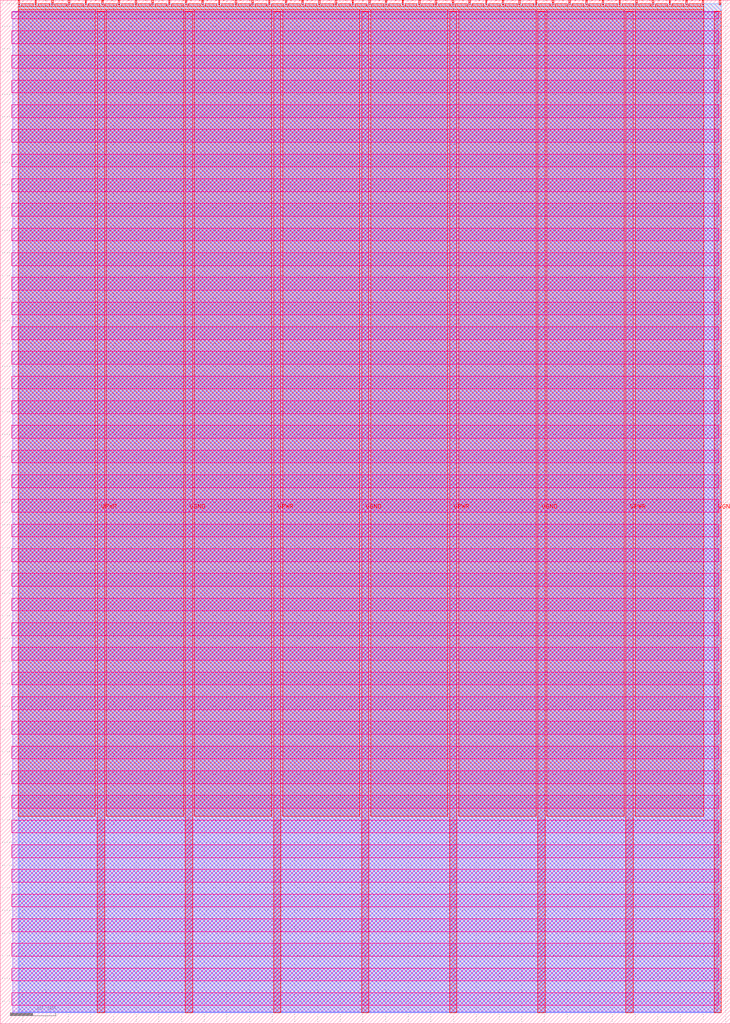
<source format=lef>
VERSION 5.7 ;
  NOWIREEXTENSIONATPIN ON ;
  DIVIDERCHAR "/" ;
  BUSBITCHARS "[]" ;
MACRO tt_um_eater_8bit
  CLASS BLOCK ;
  FOREIGN tt_um_eater_8bit ;
  ORIGIN 0.000 0.000 ;
  SIZE 161.000 BY 225.760 ;
  PIN VGND
    DIRECTION INOUT ;
    USE GROUND ;
    PORT
      LAYER met4 ;
        RECT 40.830 2.480 42.430 223.280 ;
    END
    PORT
      LAYER met4 ;
        RECT 79.700 2.480 81.300 223.280 ;
    END
    PORT
      LAYER met4 ;
        RECT 118.570 2.480 120.170 223.280 ;
    END
    PORT
      LAYER met4 ;
        RECT 157.440 2.480 159.040 223.280 ;
    END
  END VGND
  PIN VPWR
    DIRECTION INOUT ;
    USE POWER ;
    PORT
      LAYER met4 ;
        RECT 21.395 2.480 22.995 223.280 ;
    END
    PORT
      LAYER met4 ;
        RECT 60.265 2.480 61.865 223.280 ;
    END
    PORT
      LAYER met4 ;
        RECT 99.135 2.480 100.735 223.280 ;
    END
    PORT
      LAYER met4 ;
        RECT 138.005 2.480 139.605 223.280 ;
    END
  END VPWR
  PIN clk
    DIRECTION INPUT ;
    USE SIGNAL ;
    ANTENNAGATEAREA 0.852000 ;
    PORT
      LAYER met4 ;
        RECT 154.870 224.760 155.170 225.760 ;
    END
  END clk
  PIN ena
    DIRECTION INPUT ;
    USE SIGNAL ;
    PORT
      LAYER met4 ;
        RECT 158.550 224.760 158.850 225.760 ;
    END
  END ena
  PIN rst_n
    DIRECTION INPUT ;
    USE SIGNAL ;
    ANTENNAGATEAREA 0.196500 ;
    PORT
      LAYER met4 ;
        RECT 151.190 224.760 151.490 225.760 ;
    END
  END rst_n
  PIN ui_in[0]
    DIRECTION INPUT ;
    USE SIGNAL ;
    ANTENNAGATEAREA 0.213000 ;
    PORT
      LAYER met4 ;
        RECT 147.510 224.760 147.810 225.760 ;
    END
  END ui_in[0]
  PIN ui_in[1]
    DIRECTION INPUT ;
    USE SIGNAL ;
    ANTENNAGATEAREA 0.196500 ;
    PORT
      LAYER met4 ;
        RECT 143.830 224.760 144.130 225.760 ;
    END
  END ui_in[1]
  PIN ui_in[2]
    DIRECTION INPUT ;
    USE SIGNAL ;
    ANTENNAGATEAREA 0.196500 ;
    PORT
      LAYER met4 ;
        RECT 140.150 224.760 140.450 225.760 ;
    END
  END ui_in[2]
  PIN ui_in[3]
    DIRECTION INPUT ;
    USE SIGNAL ;
    ANTENNAGATEAREA 0.196500 ;
    PORT
      LAYER met4 ;
        RECT 136.470 224.760 136.770 225.760 ;
    END
  END ui_in[3]
  PIN ui_in[4]
    DIRECTION INPUT ;
    USE SIGNAL ;
    ANTENNAGATEAREA 0.196500 ;
    PORT
      LAYER met4 ;
        RECT 132.790 224.760 133.090 225.760 ;
    END
  END ui_in[4]
  PIN ui_in[5]
    DIRECTION INPUT ;
    USE SIGNAL ;
    ANTENNAGATEAREA 0.213000 ;
    PORT
      LAYER met4 ;
        RECT 129.110 224.760 129.410 225.760 ;
    END
  END ui_in[5]
  PIN ui_in[6]
    DIRECTION INPUT ;
    USE SIGNAL ;
    ANTENNAGATEAREA 0.126000 ;
    PORT
      LAYER met4 ;
        RECT 125.430 224.760 125.730 225.760 ;
    END
  END ui_in[6]
  PIN ui_in[7]
    DIRECTION INPUT ;
    USE SIGNAL ;
    PORT
      LAYER met4 ;
        RECT 121.750 224.760 122.050 225.760 ;
    END
  END ui_in[7]
  PIN uio_in[0]
    DIRECTION INPUT ;
    USE SIGNAL ;
    ANTENNAGATEAREA 0.196500 ;
    PORT
      LAYER met4 ;
        RECT 118.070 224.760 118.370 225.760 ;
    END
  END uio_in[0]
  PIN uio_in[1]
    DIRECTION INPUT ;
    USE SIGNAL ;
    ANTENNAGATEAREA 0.196500 ;
    PORT
      LAYER met4 ;
        RECT 114.390 224.760 114.690 225.760 ;
    END
  END uio_in[1]
  PIN uio_in[2]
    DIRECTION INPUT ;
    USE SIGNAL ;
    ANTENNAGATEAREA 0.196500 ;
    PORT
      LAYER met4 ;
        RECT 110.710 224.760 111.010 225.760 ;
    END
  END uio_in[2]
  PIN uio_in[3]
    DIRECTION INPUT ;
    USE SIGNAL ;
    ANTENNAGATEAREA 0.196500 ;
    PORT
      LAYER met4 ;
        RECT 107.030 224.760 107.330 225.760 ;
    END
  END uio_in[3]
  PIN uio_in[4]
    DIRECTION INPUT ;
    USE SIGNAL ;
    ANTENNAGATEAREA 0.196500 ;
    PORT
      LAYER met4 ;
        RECT 103.350 224.760 103.650 225.760 ;
    END
  END uio_in[4]
  PIN uio_in[5]
    DIRECTION INPUT ;
    USE SIGNAL ;
    ANTENNAGATEAREA 0.196500 ;
    PORT
      LAYER met4 ;
        RECT 99.670 224.760 99.970 225.760 ;
    END
  END uio_in[5]
  PIN uio_in[6]
    DIRECTION INPUT ;
    USE SIGNAL ;
    ANTENNAGATEAREA 0.196500 ;
    PORT
      LAYER met4 ;
        RECT 95.990 224.760 96.290 225.760 ;
    END
  END uio_in[6]
  PIN uio_in[7]
    DIRECTION INPUT ;
    USE SIGNAL ;
    ANTENNAGATEAREA 0.196500 ;
    PORT
      LAYER met4 ;
        RECT 92.310 224.760 92.610 225.760 ;
    END
  END uio_in[7]
  PIN uio_oe[0]
    DIRECTION OUTPUT TRISTATE ;
    USE SIGNAL ;
    ANTENNAGATEAREA 2.302500 ;
    ANTENNADIFFAREA 1.590400 ;
    PORT
      LAYER met4 ;
        RECT 29.750 224.760 30.050 225.760 ;
    END
  END uio_oe[0]
  PIN uio_oe[1]
    DIRECTION OUTPUT TRISTATE ;
    USE SIGNAL ;
    PORT
      LAYER met4 ;
        RECT 26.070 224.760 26.370 225.760 ;
    END
  END uio_oe[1]
  PIN uio_oe[2]
    DIRECTION OUTPUT TRISTATE ;
    USE SIGNAL ;
    PORT
      LAYER met4 ;
        RECT 22.390 224.760 22.690 225.760 ;
    END
  END uio_oe[2]
  PIN uio_oe[3]
    DIRECTION OUTPUT TRISTATE ;
    USE SIGNAL ;
    PORT
      LAYER met4 ;
        RECT 18.710 224.760 19.010 225.760 ;
    END
  END uio_oe[3]
  PIN uio_oe[4]
    DIRECTION OUTPUT TRISTATE ;
    USE SIGNAL ;
    PORT
      LAYER met4 ;
        RECT 15.030 224.760 15.330 225.760 ;
    END
  END uio_oe[4]
  PIN uio_oe[5]
    DIRECTION OUTPUT TRISTATE ;
    USE SIGNAL ;
    PORT
      LAYER met4 ;
        RECT 11.350 224.760 11.650 225.760 ;
    END
  END uio_oe[5]
  PIN uio_oe[6]
    DIRECTION OUTPUT TRISTATE ;
    USE SIGNAL ;
    PORT
      LAYER met4 ;
        RECT 7.670 224.760 7.970 225.760 ;
    END
  END uio_oe[6]
  PIN uio_oe[7]
    DIRECTION OUTPUT TRISTATE ;
    USE SIGNAL ;
    PORT
      LAYER met4 ;
        RECT 3.990 224.760 4.290 225.760 ;
    END
  END uio_oe[7]
  PIN uio_out[0]
    DIRECTION OUTPUT TRISTATE ;
    USE SIGNAL ;
    ANTENNAGATEAREA 0.910500 ;
    ANTENNADIFFAREA 8.910000 ;
    PORT
      LAYER met4 ;
        RECT 59.190 224.760 59.490 225.760 ;
    END
  END uio_out[0]
  PIN uio_out[1]
    DIRECTION OUTPUT TRISTATE ;
    USE SIGNAL ;
    ANTENNAGATEAREA 0.789000 ;
    ANTENNADIFFAREA 8.910000 ;
    PORT
      LAYER met4 ;
        RECT 55.510 224.760 55.810 225.760 ;
    END
  END uio_out[1]
  PIN uio_out[2]
    DIRECTION OUTPUT TRISTATE ;
    USE SIGNAL ;
    ANTENNAGATEAREA 0.789000 ;
    ANTENNADIFFAREA 8.910000 ;
    PORT
      LAYER met4 ;
        RECT 51.830 224.760 52.130 225.760 ;
    END
  END uio_out[2]
  PIN uio_out[3]
    DIRECTION OUTPUT TRISTATE ;
    USE SIGNAL ;
    ANTENNAGATEAREA 0.789000 ;
    ANTENNADIFFAREA 8.910000 ;
    PORT
      LAYER met4 ;
        RECT 48.150 224.760 48.450 225.760 ;
    END
  END uio_out[3]
  PIN uio_out[4]
    DIRECTION OUTPUT TRISTATE ;
    USE SIGNAL ;
    ANTENNAGATEAREA 0.537000 ;
    ANTENNADIFFAREA 8.910000 ;
    PORT
      LAYER met4 ;
        RECT 44.470 224.760 44.770 225.760 ;
    END
  END uio_out[4]
  PIN uio_out[5]
    DIRECTION OUTPUT TRISTATE ;
    USE SIGNAL ;
    ANTENNAGATEAREA 0.537000 ;
    ANTENNADIFFAREA 8.910000 ;
    PORT
      LAYER met4 ;
        RECT 40.790 224.760 41.090 225.760 ;
    END
  END uio_out[5]
  PIN uio_out[6]
    DIRECTION OUTPUT TRISTATE ;
    USE SIGNAL ;
    ANTENNAGATEAREA 0.537000 ;
    ANTENNADIFFAREA 8.910000 ;
    PORT
      LAYER met4 ;
        RECT 37.110 224.760 37.410 225.760 ;
    END
  END uio_out[6]
  PIN uio_out[7]
    DIRECTION OUTPUT TRISTATE ;
    USE SIGNAL ;
    ANTENNAGATEAREA 0.537000 ;
    ANTENNADIFFAREA 8.910000 ;
    PORT
      LAYER met4 ;
        RECT 33.430 224.760 33.730 225.760 ;
    END
  END uio_out[7]
  PIN uo_out[0]
    DIRECTION OUTPUT TRISTATE ;
    USE SIGNAL ;
    ANTENNADIFFAREA 0.445500 ;
    PORT
      LAYER met4 ;
        RECT 88.630 224.760 88.930 225.760 ;
    END
  END uo_out[0]
  PIN uo_out[1]
    DIRECTION OUTPUT TRISTATE ;
    USE SIGNAL ;
    PORT
      LAYER met4 ;
        RECT 84.950 224.760 85.250 225.760 ;
    END
  END uo_out[1]
  PIN uo_out[2]
    DIRECTION OUTPUT TRISTATE ;
    USE SIGNAL ;
    PORT
      LAYER met4 ;
        RECT 81.270 224.760 81.570 225.760 ;
    END
  END uo_out[2]
  PIN uo_out[3]
    DIRECTION OUTPUT TRISTATE ;
    USE SIGNAL ;
    PORT
      LAYER met4 ;
        RECT 77.590 224.760 77.890 225.760 ;
    END
  END uo_out[3]
  PIN uo_out[4]
    DIRECTION OUTPUT TRISTATE ;
    USE SIGNAL ;
    PORT
      LAYER met4 ;
        RECT 73.910 224.760 74.210 225.760 ;
    END
  END uo_out[4]
  PIN uo_out[5]
    DIRECTION OUTPUT TRISTATE ;
    USE SIGNAL ;
    PORT
      LAYER met4 ;
        RECT 70.230 224.760 70.530 225.760 ;
    END
  END uo_out[5]
  PIN uo_out[6]
    DIRECTION OUTPUT TRISTATE ;
    USE SIGNAL ;
    PORT
      LAYER met4 ;
        RECT 66.550 224.760 66.850 225.760 ;
    END
  END uo_out[6]
  PIN uo_out[7]
    DIRECTION OUTPUT TRISTATE ;
    USE SIGNAL ;
    PORT
      LAYER met4 ;
        RECT 62.870 224.760 63.170 225.760 ;
    END
  END uo_out[7]
  OBS
      LAYER nwell ;
        RECT 2.570 221.625 158.430 223.230 ;
        RECT 2.570 216.185 158.430 219.015 ;
        RECT 2.570 210.745 158.430 213.575 ;
        RECT 2.570 205.305 158.430 208.135 ;
        RECT 2.570 199.865 158.430 202.695 ;
        RECT 2.570 194.425 158.430 197.255 ;
        RECT 2.570 188.985 158.430 191.815 ;
        RECT 2.570 183.545 158.430 186.375 ;
        RECT 2.570 178.105 158.430 180.935 ;
        RECT 2.570 172.665 158.430 175.495 ;
        RECT 2.570 167.225 158.430 170.055 ;
        RECT 2.570 161.785 158.430 164.615 ;
        RECT 2.570 156.345 158.430 159.175 ;
        RECT 2.570 150.905 158.430 153.735 ;
        RECT 2.570 145.465 158.430 148.295 ;
        RECT 2.570 140.025 158.430 142.855 ;
        RECT 2.570 134.585 158.430 137.415 ;
        RECT 2.570 129.145 158.430 131.975 ;
        RECT 2.570 123.705 158.430 126.535 ;
        RECT 2.570 118.265 158.430 121.095 ;
        RECT 2.570 112.825 158.430 115.655 ;
        RECT 2.570 107.385 158.430 110.215 ;
        RECT 2.570 101.945 158.430 104.775 ;
        RECT 2.570 96.505 158.430 99.335 ;
        RECT 2.570 91.065 158.430 93.895 ;
        RECT 2.570 85.625 158.430 88.455 ;
        RECT 2.570 80.185 158.430 83.015 ;
        RECT 2.570 74.745 158.430 77.575 ;
        RECT 2.570 69.305 158.430 72.135 ;
        RECT 2.570 63.865 158.430 66.695 ;
        RECT 2.570 58.425 158.430 61.255 ;
        RECT 2.570 52.985 158.430 55.815 ;
        RECT 2.570 47.545 158.430 50.375 ;
        RECT 2.570 42.105 158.430 44.935 ;
        RECT 2.570 36.665 158.430 39.495 ;
        RECT 2.570 31.225 158.430 34.055 ;
        RECT 2.570 25.785 158.430 28.615 ;
        RECT 2.570 20.345 158.430 23.175 ;
        RECT 2.570 14.905 158.430 17.735 ;
        RECT 2.570 9.465 158.430 12.295 ;
        RECT 2.570 4.025 158.430 6.855 ;
      LAYER li1 ;
        RECT 2.760 2.635 158.240 223.125 ;
      LAYER met1 ;
        RECT 2.760 2.480 159.040 223.280 ;
      LAYER met2 ;
        RECT 4.230 2.535 159.010 224.925 ;
      LAYER met3 ;
        RECT 3.950 2.555 159.030 224.905 ;
      LAYER met4 ;
        RECT 4.690 224.360 7.270 224.905 ;
        RECT 8.370 224.360 10.950 224.905 ;
        RECT 12.050 224.360 14.630 224.905 ;
        RECT 15.730 224.360 18.310 224.905 ;
        RECT 19.410 224.360 21.990 224.905 ;
        RECT 23.090 224.360 25.670 224.905 ;
        RECT 26.770 224.360 29.350 224.905 ;
        RECT 30.450 224.360 33.030 224.905 ;
        RECT 34.130 224.360 36.710 224.905 ;
        RECT 37.810 224.360 40.390 224.905 ;
        RECT 41.490 224.360 44.070 224.905 ;
        RECT 45.170 224.360 47.750 224.905 ;
        RECT 48.850 224.360 51.430 224.905 ;
        RECT 52.530 224.360 55.110 224.905 ;
        RECT 56.210 224.360 58.790 224.905 ;
        RECT 59.890 224.360 62.470 224.905 ;
        RECT 63.570 224.360 66.150 224.905 ;
        RECT 67.250 224.360 69.830 224.905 ;
        RECT 70.930 224.360 73.510 224.905 ;
        RECT 74.610 224.360 77.190 224.905 ;
        RECT 78.290 224.360 80.870 224.905 ;
        RECT 81.970 224.360 84.550 224.905 ;
        RECT 85.650 224.360 88.230 224.905 ;
        RECT 89.330 224.360 91.910 224.905 ;
        RECT 93.010 224.360 95.590 224.905 ;
        RECT 96.690 224.360 99.270 224.905 ;
        RECT 100.370 224.360 102.950 224.905 ;
        RECT 104.050 224.360 106.630 224.905 ;
        RECT 107.730 224.360 110.310 224.905 ;
        RECT 111.410 224.360 113.990 224.905 ;
        RECT 115.090 224.360 117.670 224.905 ;
        RECT 118.770 224.360 121.350 224.905 ;
        RECT 122.450 224.360 125.030 224.905 ;
        RECT 126.130 224.360 128.710 224.905 ;
        RECT 129.810 224.360 132.390 224.905 ;
        RECT 133.490 224.360 136.070 224.905 ;
        RECT 137.170 224.360 139.750 224.905 ;
        RECT 140.850 224.360 143.430 224.905 ;
        RECT 144.530 224.360 147.110 224.905 ;
        RECT 148.210 224.360 150.790 224.905 ;
        RECT 151.890 224.360 154.470 224.905 ;
        RECT 3.975 223.680 155.185 224.360 ;
        RECT 3.975 45.735 20.995 223.680 ;
        RECT 23.395 45.735 40.430 223.680 ;
        RECT 42.830 45.735 59.865 223.680 ;
        RECT 62.265 45.735 79.300 223.680 ;
        RECT 81.700 45.735 98.735 223.680 ;
        RECT 101.135 45.735 118.170 223.680 ;
        RECT 120.570 45.735 137.605 223.680 ;
        RECT 140.005 45.735 155.185 223.680 ;
  END
END tt_um_eater_8bit
END LIBRARY


</source>
